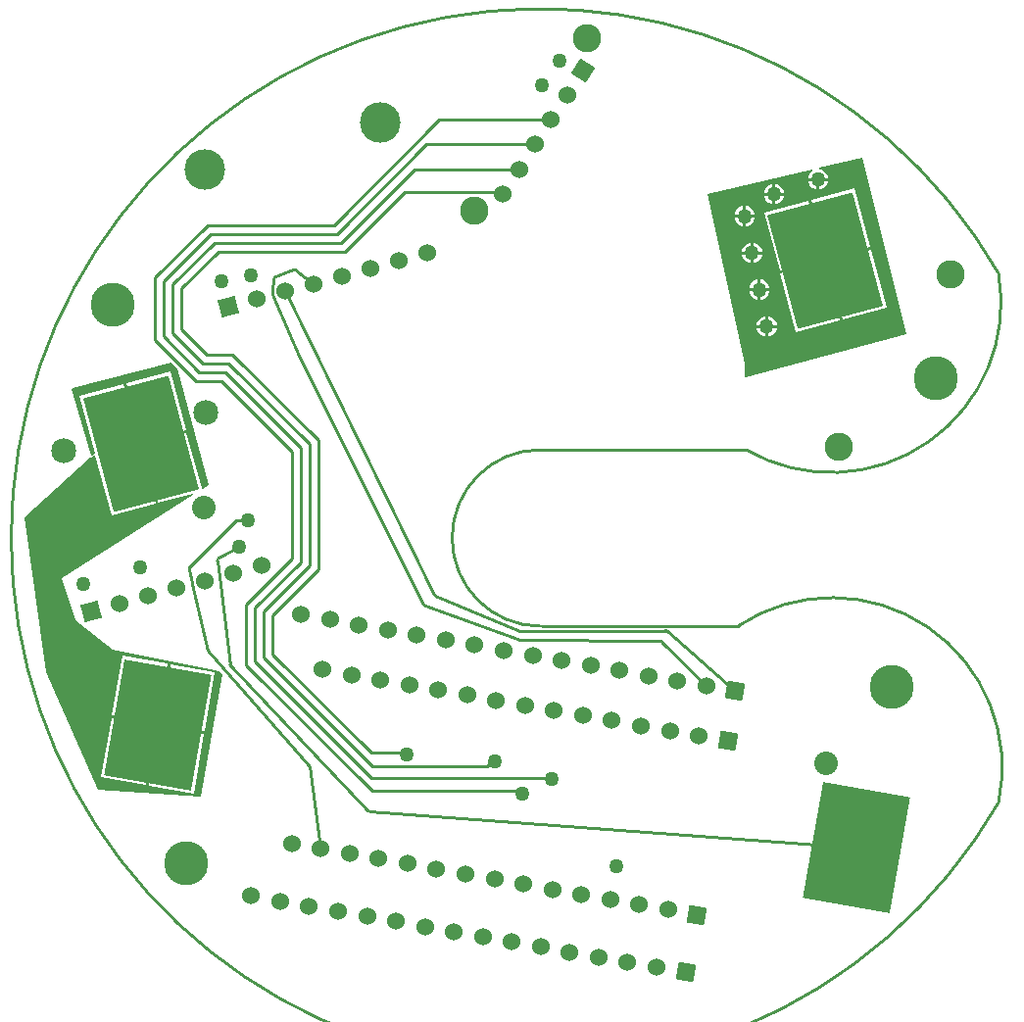
<source format=gbl>
G04*
G04 #@! TF.GenerationSoftware,Altium Limited,Altium Designer,20.2.8 (258)*
G04*
G04 Layer_Physical_Order=4*
G04 Layer_Color=16711680*
%FSLAX24Y24*%
%MOIN*%
G70*
G04*
G04 #@! TF.SameCoordinates,457248F5-DA73-466C-AE77-A18651DC037B*
G04*
G04*
G04 #@! TF.FilePolarity,Positive*
G04*
G01*
G75*
%ADD10C,0.0100*%
%ADD13C,0.0100*%
%ADD29P,0.0852X4X305.0*%
%ADD30P,0.0849X4X305.0*%
%ADD31C,0.0600*%
%ADD32C,0.0602*%
%ADD33P,0.0849X4X150.0*%
%ADD34P,0.0849X4X60.0*%
%ADD35P,0.0849X4X372.0*%
%ADD36C,0.0800*%
%ADD37C,0.1500*%
%ADD38C,0.0500*%
%ADD39C,0.1378*%
%ADD40C,0.0850*%
%ADD41C,0.0965*%
G04:AMPARAMS|DCode=53|XSize=300mil|YSize=400mil|CornerRadius=0mil|HoleSize=0mil|Usage=FLASHONLY|Rotation=15.000|XOffset=0mil|YOffset=0mil|HoleType=Round|Shape=Rectangle|*
%AMROTATEDRECTD53*
4,1,4,-0.0931,-0.2320,-0.1967,0.1544,0.0931,0.2320,0.1967,-0.1544,-0.0931,-0.2320,0.0*
%
%ADD53ROTATEDRECTD53*%

G04:AMPARAMS|DCode=54|XSize=300mil|YSize=400mil|CornerRadius=0mil|HoleSize=0mil|Usage=FLASHONLY|Rotation=170.000|XOffset=0mil|YOffset=0mil|HoleType=Round|Shape=Rectangle|*
%AMROTATEDRECTD54*
4,1,4,0.1825,0.1709,0.1130,-0.2230,-0.1825,-0.1709,-0.1130,0.2230,0.1825,0.1709,0.0*
%
%ADD54ROTATEDRECTD54*%

G36*
X5701Y23810D02*
X6761Y19836D01*
X6573Y19717D01*
X6526Y19735D01*
X6020Y21626D01*
X4523Y21225D01*
X5053Y19244D01*
X6232Y19560D01*
X6252Y19514D01*
X1772Y16685D01*
X2250Y15250D01*
X3500Y14250D01*
X7147Y13521D01*
X7236Y13420D01*
X6500Y9250D01*
X3000Y9500D01*
X1250Y13500D01*
X500Y18750D01*
X2742Y20788D01*
X2778Y20778D01*
X2778Y20778D01*
X2866Y20866D01*
X2914Y20853D01*
X3460Y18817D01*
X4957Y19218D01*
X4413Y21247D01*
X3870Y23275D01*
X2373Y22874D01*
X2894Y20927D01*
X2803Y20844D01*
X2755Y20857D01*
X2110Y23115D01*
X2135Y23159D01*
X5509Y24002D01*
X5701Y23810D01*
D02*
G37*
G36*
X30500Y25000D02*
X25040Y23511D01*
X25000Y23541D01*
Y24000D01*
X23750Y29750D01*
X27290Y30593D01*
X27312Y30547D01*
X27250Y30500D01*
X27194Y30427D01*
X27159Y30341D01*
X27154Y30300D01*
X27846D01*
X27841Y30341D01*
X27806Y30427D01*
X27750Y30500D01*
X27677Y30556D01*
X27591Y30591D01*
X27531Y30599D01*
X27529Y30650D01*
X29000Y31000D01*
X30500Y25000D01*
D02*
G37*
%LPC*%
G36*
X5463Y23702D02*
X3966Y23301D01*
X4497Y21321D01*
X5994Y21722D01*
X5463Y23702D01*
D02*
G37*
G36*
X3834Y14042D02*
X3478Y12024D01*
X5004Y11754D01*
X5360Y13773D01*
X3834Y14042D01*
D02*
G37*
G36*
X5459Y13756D02*
X5103Y11737D01*
X6629Y11468D01*
X6985Y13487D01*
X5459Y13756D01*
D02*
G37*
G36*
X3460Y11925D02*
X3104Y9906D01*
X4631Y9637D01*
X4987Y11656D01*
X3460Y11925D01*
D02*
G37*
G36*
X5085Y11639D02*
X4729Y9620D01*
X6256Y9351D01*
X6612Y11369D01*
X5085Y11639D01*
D02*
G37*
G36*
X27846Y30200D02*
X27550D01*
Y29904D01*
X27591Y29909D01*
X27677Y29944D01*
X27750Y30000D01*
X27806Y30073D01*
X27841Y30159D01*
X27846Y30200D01*
D02*
G37*
G36*
X27450D02*
X27154D01*
X27159Y30159D01*
X27194Y30073D01*
X27250Y30000D01*
X27323Y29944D01*
X27409Y29909D01*
X27450Y29904D01*
Y30200D01*
D02*
G37*
G36*
X26050Y30096D02*
Y29800D01*
X26346D01*
X26341Y29841D01*
X26306Y29927D01*
X26250Y30000D01*
X26177Y30056D01*
X26091Y30091D01*
X26050Y30096D01*
D02*
G37*
G36*
X25950D02*
X25909Y30091D01*
X25823Y30056D01*
X25750Y30000D01*
X25694Y29927D01*
X25659Y29841D01*
X25654Y29800D01*
X25950D01*
Y30096D01*
D02*
G37*
G36*
X26346Y29700D02*
X26050D01*
Y29404D01*
X26091Y29409D01*
X26177Y29444D01*
X26250Y29500D01*
X26306Y29573D01*
X26341Y29659D01*
X26346Y29700D01*
D02*
G37*
G36*
X25950D02*
X25654D01*
X25659Y29659D01*
X25694Y29573D01*
X25750Y29500D01*
X25823Y29444D01*
X25909Y29409D01*
X25950Y29404D01*
Y29700D01*
D02*
G37*
G36*
X25050Y29346D02*
Y29050D01*
X25346D01*
X25341Y29091D01*
X25306Y29177D01*
X25250Y29250D01*
X25177Y29306D01*
X25091Y29341D01*
X25050Y29346D01*
D02*
G37*
G36*
X24950D02*
X24909Y29341D01*
X24823Y29306D01*
X24750Y29250D01*
X24694Y29177D01*
X24659Y29091D01*
X24654Y29050D01*
X24950D01*
Y29346D01*
D02*
G37*
G36*
X25346Y28950D02*
X25050D01*
Y28654D01*
X25091Y28659D01*
X25177Y28694D01*
X25250Y28750D01*
X25306Y28823D01*
X25341Y28909D01*
X25346Y28950D01*
D02*
G37*
G36*
X24950D02*
X24654D01*
X24659Y28909D01*
X24694Y28823D01*
X24750Y28750D01*
X24823Y28694D01*
X24909Y28659D01*
X24950Y28654D01*
Y28950D01*
D02*
G37*
G36*
X25300Y28096D02*
Y27800D01*
X25596D01*
X25591Y27841D01*
X25556Y27927D01*
X25500Y28000D01*
X25427Y28056D01*
X25341Y28091D01*
X25300Y28096D01*
D02*
G37*
G36*
X25200D02*
X25159Y28091D01*
X25073Y28056D01*
X25000Y28000D01*
X24944Y27927D01*
X24909Y27841D01*
X24904Y27800D01*
X25200D01*
Y28096D01*
D02*
G37*
G36*
X28752Y29943D02*
X27255Y29541D01*
X27785Y27561D01*
X29283Y27962D01*
X28752Y29943D01*
D02*
G37*
G36*
X25596Y27700D02*
X25300D01*
Y27404D01*
X25341Y27409D01*
X25427Y27444D01*
X25500Y27500D01*
X25556Y27573D01*
X25591Y27659D01*
X25596Y27700D01*
D02*
G37*
G36*
X25200D02*
X24904D01*
X24909Y27659D01*
X24944Y27573D01*
X25000Y27500D01*
X25073Y27444D01*
X25159Y27409D01*
X25200Y27404D01*
Y27700D01*
D02*
G37*
G36*
X27158Y29516D02*
X25661Y29114D01*
X26192Y27134D01*
X27689Y27535D01*
X27158Y29516D01*
D02*
G37*
G36*
X25550Y26846D02*
Y26550D01*
X25846D01*
X25841Y26591D01*
X25806Y26677D01*
X25750Y26750D01*
X25677Y26806D01*
X25591Y26841D01*
X25550Y26846D01*
D02*
G37*
G36*
X25450D02*
X25409Y26841D01*
X25323Y26806D01*
X25250Y26750D01*
X25194Y26677D01*
X25159Y26591D01*
X25154Y26550D01*
X25450D01*
Y26846D01*
D02*
G37*
G36*
X25846Y26450D02*
X25550D01*
Y26154D01*
X25591Y26159D01*
X25677Y26194D01*
X25750Y26250D01*
X25806Y26323D01*
X25841Y26409D01*
X25846Y26450D01*
D02*
G37*
G36*
X25450D02*
X25154D01*
X25159Y26409D01*
X25194Y26323D01*
X25250Y26250D01*
X25323Y26194D01*
X25409Y26159D01*
X25450Y26154D01*
Y26450D01*
D02*
G37*
G36*
X29308Y27866D02*
X27811Y27465D01*
X28342Y25484D01*
X29839Y25886D01*
X29308Y27866D01*
D02*
G37*
G36*
X25800Y25596D02*
Y25300D01*
X26096D01*
X26091Y25341D01*
X26056Y25427D01*
X26000Y25500D01*
X25927Y25556D01*
X25841Y25591D01*
X25800Y25596D01*
D02*
G37*
G36*
X25700D02*
X25659Y25591D01*
X25573Y25556D01*
X25500Y25500D01*
X25444Y25427D01*
X25409Y25341D01*
X25404Y25300D01*
X25700D01*
Y25596D01*
D02*
G37*
G36*
X27715Y27439D02*
X26217Y27038D01*
X26748Y25057D01*
X28245Y25459D01*
X27715Y27439D01*
D02*
G37*
G36*
X26096Y25200D02*
X25800D01*
Y24904D01*
X25841Y24909D01*
X25927Y24944D01*
X26000Y25000D01*
X26056Y25073D01*
X26091Y25159D01*
X26096Y25200D01*
D02*
G37*
G36*
X25700D02*
X25404D01*
X25409Y25159D01*
X25444Y25073D01*
X25500Y25000D01*
X25573Y24944D01*
X25659Y24909D01*
X25700Y24904D01*
Y25200D01*
D02*
G37*
%LPD*%
D10*
X6139Y17089D02*
G03*
X6112Y16999I71J-71D01*
G01*
X10204Y10269D02*
G03*
X10180Y10323I-99J-13D01*
G01*
X6744Y14224D02*
G03*
X6767Y14181I97J23D01*
G01*
X6209Y16512D02*
G03*
X6212Y16497I441J88D01*
G01*
X12173Y8778D02*
G03*
X12238Y8747I73J69D01*
G01*
X7496Y13733D02*
G03*
X7523Y13676I99J12D01*
G01*
X7111Y17382D02*
G03*
X7058Y17282I47J-88D01*
G01*
X22179Y14521D02*
G03*
X22109Y14550I-71J-71D01*
G01*
X17284Y14606D02*
G03*
X17317Y14600I33J94D01*
G01*
X14082Y15786D02*
G03*
X14138Y15736I89J45D01*
G01*
X9849Y24252D02*
G03*
X9851Y24248I91J40D01*
G01*
X9038Y26935D02*
G03*
X8976Y26853I37J-93D01*
G01*
X8937Y26489D02*
G03*
X8972Y26261I447J-48D01*
G01*
X9745Y27165D02*
G03*
X9647Y27179I-61J-79D01*
G01*
X22378Y14875D02*
G03*
X22312Y14900I-66J-75D01*
G01*
X17281Y14908D02*
G03*
X17320Y14900I39J92D01*
G01*
X14434Y16133D02*
G03*
X14485Y16085I90J44D01*
G01*
X10180Y10323D02*
X10180Y10323D01*
X6767Y14181D02*
X10180Y10323D01*
X6112Y16999D02*
X6209Y16512D01*
X6744Y14225D02*
X6744Y14224D01*
X6212Y16497D02*
X6744Y14225D01*
X10204Y10269D02*
X10580Y7488D01*
X6139Y17089D02*
X7700Y18650D01*
X8100D01*
X9600Y17350D02*
Y21000D01*
X8050Y15800D02*
X9600Y17350D01*
X7200Y23400D02*
X9600Y21000D01*
X10500Y16977D02*
Y21373D01*
X9900Y17226D02*
Y21124D01*
X8650Y15551D02*
X10200Y17101D01*
X7324Y23700D02*
X9900Y21124D01*
X8350Y15676D02*
X9900Y17226D01*
X8950Y15427D02*
X10500Y16977D01*
X10200Y17101D02*
Y21249D01*
X7449Y24000D02*
X10200Y21249D01*
X7573Y24300D02*
X10500Y21373D01*
X12238Y8747D02*
X12238Y8747D01*
X7523Y13676D02*
X7523Y13676D01*
X12173Y8778D01*
X7523Y13676D02*
X7523Y13676D01*
X7058Y17282D02*
X7058Y17282D01*
X7496Y13733D01*
X7111Y17382D02*
X7800Y17750D01*
X12238Y8747D02*
X28788Y7510D01*
X8050Y13727D02*
Y15800D01*
X12327Y9450D02*
X17400D01*
X8050Y13727D02*
X12327Y9450D01*
X8650Y13976D02*
X12326Y10300D01*
X16392Y10450D02*
X16500D01*
X16242Y10300D02*
X16392Y10450D01*
X12326Y10300D02*
X16242D01*
X13450Y10750D02*
X13500Y10700D01*
X12300Y10750D02*
X13450D01*
X12301Y9900D02*
X18400D01*
X8350Y13851D02*
X12301Y9900D01*
X8950Y14100D02*
X12300Y10750D01*
X8950Y14100D02*
Y15427D01*
X8650Y13976D02*
Y15551D01*
X8350Y13851D02*
Y15676D01*
X6700Y24300D02*
X7573D01*
X6576Y24000D02*
X7449D01*
X6451Y23700D02*
X7324D01*
X6327Y23400D02*
X7200D01*
X4950Y24777D02*
X6327Y23400D01*
X4950Y24777D02*
Y26923D01*
X5250Y24901D02*
X6451Y23700D01*
X5250Y24901D02*
Y26799D01*
X5550Y25026D02*
X6576Y24000D01*
X5550Y25026D02*
Y26674D01*
X5850Y25150D02*
X6700Y24300D01*
X4950Y26923D02*
X6727Y28700D01*
X11027D01*
X5250Y26799D02*
X6851Y28400D01*
X5550Y26674D02*
X6976Y28100D01*
X5850Y25150D02*
Y26550D01*
X7100Y27800D01*
X11400D01*
X6976Y28100D02*
X11276D01*
X6851Y28400D02*
X11151D01*
X11027Y28700D02*
X14600Y32273D01*
X18411D01*
X11151Y28400D02*
X14185Y31434D01*
X17866D01*
X11276Y28100D02*
X13771Y30595D01*
X17321D01*
X11400Y27800D02*
X13423Y29823D01*
X16711D01*
X16777Y29757D01*
X22109Y14550D02*
X22109Y14550D01*
X17317Y14600D02*
X22109Y14550D01*
X17284Y14606D02*
X17284Y14606D01*
X14138Y15736D02*
X17284Y14606D01*
X14082Y15786D02*
X14082Y15786D01*
X9851Y24248D02*
X14082Y15786D01*
X9849Y24252D02*
X9849Y24252D01*
X8972Y26261D02*
X9849Y24252D01*
X8937Y26489D02*
X8976Y26853D01*
X9038Y26935D02*
X9647Y27179D01*
X9745Y27165D02*
X9745Y27165D01*
X22179Y14521D02*
X23698Y13014D01*
X17320Y14900D02*
X22312Y14900D01*
X22378Y14875D02*
X24683Y12840D01*
X22378Y14875D02*
X22378Y14875D01*
X14485Y16085D02*
X17281Y14908D01*
X14485Y16085D02*
X14485Y16085D01*
X22312Y14900D02*
X22312D01*
X17320D02*
X17320Y14900D01*
X9384Y26441D02*
X14434Y16133D01*
X9745Y27165D02*
X10350Y26700D01*
X33638Y9050D02*
G03*
X24795Y15065I-5660J1187D01*
G01*
X25050Y21050D02*
G03*
X33638Y27050I2891J5008D01*
G01*
X18050Y21050D02*
G03*
X18050Y15050I0J-3000D01*
G01*
X33638Y27050D02*
G03*
X33638Y9050I-15588J-9000D01*
G01*
X18100Y15050D02*
X24805D01*
X18050Y21050D02*
X25050D01*
D13*
X7523Y13676D02*
D03*
D29*
X23383Y5230D02*
D03*
X24425Y11139D02*
D03*
D30*
X24683Y12840D02*
D03*
X22987Y3269D02*
D03*
D31*
X23698Y13014D02*
D03*
X22713Y13187D02*
D03*
X21728Y13361D02*
D03*
X20744Y13534D02*
D03*
X19759Y13708D02*
D03*
X18774Y13882D02*
D03*
X17789Y14055D02*
D03*
X16804Y14229D02*
D03*
X15820Y14403D02*
D03*
X14835Y14576D02*
D03*
X13850Y14750D02*
D03*
X12865Y14924D02*
D03*
X11880Y15097D02*
D03*
X10896Y15271D02*
D03*
X9911Y15445D02*
D03*
X22002Y3443D02*
D03*
X21018Y3616D02*
D03*
X20033Y3790D02*
D03*
X19048Y3964D02*
D03*
X18063Y4137D02*
D03*
X17078Y4311D02*
D03*
X16094Y4484D02*
D03*
X15109Y4658D02*
D03*
X14124Y4832D02*
D03*
X13139Y5005D02*
D03*
X12154Y5179D02*
D03*
X11170Y5353D02*
D03*
X10185Y5526D02*
D03*
X9200Y5700D02*
D03*
X8215Y5874D02*
D03*
X8418Y26182D02*
D03*
X9384Y26441D02*
D03*
X10350Y26700D02*
D03*
X11316Y26959D02*
D03*
X12282Y27218D02*
D03*
X13248Y27476D02*
D03*
X14214Y27735D02*
D03*
X8582Y17118D02*
D03*
X7616Y16859D02*
D03*
X6650Y16600D02*
D03*
X5684Y16341D02*
D03*
X4718Y16082D02*
D03*
X3752Y15824D02*
D03*
X16777Y29757D02*
D03*
X17321Y30595D02*
D03*
X17866Y31434D02*
D03*
X18411Y32273D02*
D03*
X18955Y33111D02*
D03*
D32*
X22398Y5404D02*
D03*
X21413Y5578D02*
D03*
X20428Y5751D02*
D03*
X19444Y5925D02*
D03*
X18459Y6099D02*
D03*
X17474Y6272D02*
D03*
X16489Y6446D02*
D03*
X15504Y6620D02*
D03*
X14520Y6793D02*
D03*
X13535Y6967D02*
D03*
X12550Y7141D02*
D03*
X11565Y7314D02*
D03*
X10580Y7488D02*
D03*
X9596Y7662D02*
D03*
X23440Y11313D02*
D03*
X22455Y11487D02*
D03*
X21470Y11660D02*
D03*
X20485Y11834D02*
D03*
X19501Y12008D02*
D03*
X18516Y12181D02*
D03*
X17531Y12355D02*
D03*
X16546Y12529D02*
D03*
X15561Y12702D02*
D03*
X14577Y12876D02*
D03*
X13592Y13049D02*
D03*
X12607Y13223D02*
D03*
X11622Y13397D02*
D03*
X10637Y13570D02*
D03*
D33*
X7452Y25924D02*
D03*
D34*
X2786Y15565D02*
D03*
D35*
X19500Y33950D02*
D03*
D36*
X6596Y19088D02*
D03*
X27771Y10380D02*
D03*
D37*
X31500Y23500D02*
D03*
X3500Y26000D02*
D03*
X6000Y7000D02*
D03*
X30000Y13000D02*
D03*
D38*
X27500Y30250D02*
D03*
X26000Y29750D02*
D03*
X25000Y29000D02*
D03*
X25250Y27750D02*
D03*
X25500Y26500D02*
D03*
X25750Y25250D02*
D03*
X20650Y6900D02*
D03*
X8100Y18650D02*
D03*
X7800Y17750D02*
D03*
X17450Y9350D02*
D03*
X18450Y9850D02*
D03*
X13500Y10700D02*
D03*
X16500Y10450D02*
D03*
X18700Y34300D02*
D03*
X18100Y33450D02*
D03*
X7200Y26800D02*
D03*
X8200Y27000D02*
D03*
X4450Y17050D02*
D03*
X2500Y16500D02*
D03*
D39*
X6622Y30567D02*
D03*
X12611Y32172D02*
D03*
D40*
X1846Y21007D02*
D03*
X6675Y22301D02*
D03*
D41*
X28195Y21149D02*
D03*
X32007Y27020D02*
D03*
X19625Y35061D02*
D03*
X15813Y29190D02*
D03*
D53*
X4462Y21260D02*
D03*
X27750Y27500D02*
D03*
D54*
X28788Y7510D02*
D03*
X5045Y11697D02*
D03*
M02*

</source>
